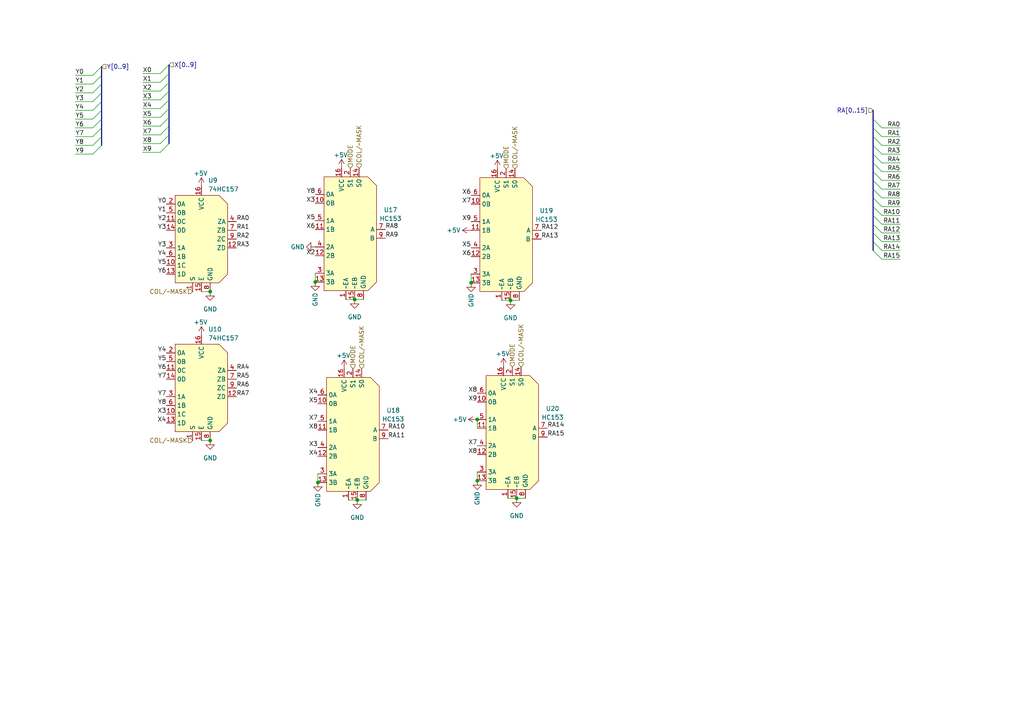
<source format=kicad_sch>
(kicad_sch (version 20230121) (generator eeschema)
  (paper "A4")
  (lib_symbols
    (symbol "68000:HC153"
      (property "Reference" "U" (at 0.254 -0.508 0))
      (property "Value" "HC153" (at 0.254 -3.556 0))
      (symbol "HC153_1_1"
        (polyline (pts (xy 1.27 -6.35) (xy 13.97 -6.35) (xy 16.51 -8.89) (xy 16.51 -36.83) (xy 13.97 -39.37) (xy 1.27 -39.37) (xy 1.27 -6.35)) (fill (type background)))
        (pin input line (at 7.62 -41.91 90) (length 2.54) (name "~EA") (number "1"))
        (pin input line (at -1.27 -13.97 0) (length 2.54) (name "0B") (number "10"))
        (pin input line (at -1.27 -21.59 0) (length 2.54) (name "1B") (number "11"))
        (pin input line (at -1.27 -29.21 0) (length 2.54) (name "2B") (number "12"))
        (pin input line (at -1.27 -36.83 0) (length 2.54) (name "3B") (number "13"))
        (pin input line (at 11.43 -3.81 270) (length 2.54) (name "S0") (number "14"))
        (pin input line (at 10.16 -41.91 90) (length 2.54) (name "~EB") (number "15"))
        (pin power_in line (at 6.35 -3.81 270) (length 2.54) (name "VCC") (number "16"))
        (pin input line (at 8.89 -3.81 270) (length 2.54) (name "S1") (number "2"))
        (pin input line (at -1.27 -34.29 0) (length 2.54) (name "3A") (number "3"))
        (pin input line (at -1.27 -26.67 0) (length 2.54) (name "2A") (number "4"))
        (pin input line (at -1.27 -19.05 0) (length 2.54) (name "1A") (number "5"))
        (pin input line (at -1.27 -11.43 0) (length 2.54) (name "0A") (number "6"))
        (pin output line (at 19.05 -21.59 180) (length 2.54) (name "A") (number "7"))
        (pin power_in line (at 12.7 -41.91 90) (length 2.54) (name "GND") (number "8"))
        (pin output line (at 19.05 -24.13 180) (length 2.54) (name "B") (number "9"))
      )
    )
    (symbol "68000:HC157"
      (property "Reference" "U" (at 0.762 5.334 0))
      (property "Value" "74HC157" (at 0 2.032 0))
      (symbol "HC157_1_1"
        (polyline (pts (xy 0 0) (xy 12.7 0) (xy 15.24 -2.54) (xy 15.24 -22.86) (xy 12.7 -25.4) (xy 0 -25.4) (xy 0 0)) (fill (type background)))
        (pin input line (at 5.08 -27.94 90) (length 2.54) (name "S") (number "1"))
        (pin input line (at -2.54 -20.32 0) (length 2.54) (name "1C") (number "10"))
        (pin input line (at -2.54 -7.62 0) (length 2.54) (name "0C") (number "11"))
        (pin output line (at 17.78 -15.24 180) (length 2.54) (name "ZD") (number "12"))
        (pin input line (at -2.54 -22.86 0) (length 2.54) (name "1D") (number "13"))
        (pin input line (at -2.54 -10.16 0) (length 2.54) (name "0D") (number "14"))
        (pin input line (at 7.62 -27.94 90) (length 2.54) (name "E") (number "15"))
        (pin power_in line (at 7.62 2.54 270) (length 2.54) (name "VCC") (number "16"))
        (pin input line (at -2.54 -2.54 0) (length 2.54) (name "0A") (number "2"))
        (pin input line (at -2.54 -15.24 0) (length 2.54) (name "1A") (number "3"))
        (pin output line (at 17.78 -7.62 180) (length 2.54) (name "ZA") (number "4"))
        (pin input line (at -2.54 -5.08 0) (length 2.54) (name "0B") (number "5"))
        (pin input line (at -2.54 -17.78 0) (length 2.54) (name "1B") (number "6"))
        (pin output line (at 17.78 -10.16 180) (length 2.54) (name "ZB") (number "7"))
        (pin power_in line (at 10.16 -27.94 90) (length 2.54) (name "GND") (number "8"))
        (pin output line (at 17.78 -12.7 180) (length 2.54) (name "ZC") (number "9"))
      )
    )
    (symbol "power:+5V" (power) (pin_names (offset 0))
      (property "Value" "+5V" (at 0 3.556 0))
      (symbol "+5V_0_1"
        (polyline (pts (xy -0.762 1.27) (xy 0 2.54)))
        (polyline (pts (xy 0 0) (xy 0 2.54)))
        (polyline (pts (xy 0 2.54) (xy 0.762 1.27)))
      )
      (symbol "+5V_1_1"
        (pin power_in line (at 0 0 90) (length 0) hide (name "+5V") (number "1"))
      )
    )
    (symbol "power:GND" (power) (pin_names (offset 0))
      (property "Value" "GND" (at 0 -3.81 0))
      (symbol "GND_0_1"
        (polyline (pts (xy 0 0) (xy 0 -1.27) (xy 1.27 -1.27) (xy 0 -2.54) (xy -1.27 -1.27) (xy 0 -1.27)))
      )
      (symbol "GND_1_1"
        (pin power_in line (at 0 0 270) (length 0) hide (name "GND") (number "1"))
      )
    )
  )
  (junction (at 102.87 86.868))
  (junction (at 136.652 82.042))
  (junction (at 60.96 127.762))
  (junction (at 138.43 121.666))
  (junction (at 60.96 84.582))
  (junction (at 92.202 139.954))
  (junction (at 148.082 87.122))
  (junction (at 138.43 139.446))
  (junction (at 149.86 144.526))
  (junction (at 103.632 145.034))
  (junction (at 91.44 81.788))
  (bus_entry (at 255.778 62.484) (size -2.54 -2.54))
  (bus_entry (at 26.924 34.544) (size 2.54 -2.54))
  (bus_entry (at 255.778 37.084) (size -2.54 -2.54))
  (bus_entry (at 26.924 26.924) (size 2.54 -2.54))
  (bus_entry (at 26.924 24.384) (size 2.54 -2.54))
  (bus_entry (at 46.482 41.656) (size 2.54 -2.54))
  (bus_entry (at 255.778 54.864) (size -2.54 -2.54))
  (bus_entry (at 26.924 21.844) (size 2.54 -2.54))
  (bus_entry (at 46.482 26.416) (size 2.54 -2.54))
  (bus_entry (at 255.778 44.704) (size -2.54 -2.54))
  (bus_entry (at 255.778 57.404) (size -2.54 -2.54))
  (bus_entry (at 255.778 52.324) (size -2.54 -2.54))
  (bus_entry (at 46.482 23.876) (size 2.54 -2.54))
  (bus_entry (at 255.778 59.944) (size -2.54 -2.54))
  (bus_entry (at 46.482 34.036) (size 2.54 -2.54))
  (bus_entry (at 46.482 39.116) (size 2.54 -2.54))
  (bus_entry (at 255.778 42.164) (size -2.54 -2.54))
  (bus_entry (at 255.778 75.184) (size -2.54 -2.54))
  (bus_entry (at 255.778 70.104) (size -2.54 -2.54))
  (bus_entry (at 255.778 47.244) (size -2.54 -2.54))
  (bus_entry (at 26.924 29.464) (size 2.54 -2.54))
  (bus_entry (at 26.924 37.084) (size 2.54 -2.54))
  (bus_entry (at 255.778 65.024) (size -2.54 -2.54))
  (bus_entry (at 46.482 21.336) (size 2.54 -2.54))
  (bus_entry (at 26.924 32.004) (size 2.54 -2.54))
  (bus_entry (at 26.924 39.624) (size 2.54 -2.54))
  (bus_entry (at 255.778 39.624) (size -2.54 -2.54))
  (bus_entry (at 46.482 28.956) (size 2.54 -2.54))
  (bus_entry (at 255.778 49.784) (size -2.54 -2.54))
  (bus_entry (at 255.778 72.644) (size -2.54 -2.54))
  (bus_entry (at 255.778 67.564) (size -2.54 -2.54))
  (bus_entry (at 26.924 44.704) (size 2.54 -2.54))
  (bus_entry (at 46.482 36.576) (size 2.54 -2.54))
  (bus_entry (at 46.482 44.196) (size 2.54 -2.54))
  (bus_entry (at 26.924 42.164) (size 2.54 -2.54))
  (bus_entry (at 46.482 31.496) (size 2.54 -2.54))
  (wire (pts (xy 21.844 42.164) (xy 26.924 42.164)))
  (wire (pts (xy 21.844 37.084) (xy 26.924 37.084)))
  (bus (pts (xy 29.464 32.004) (xy 29.464 34.544)))
  (wire (pts (xy 41.402 26.416) (xy 46.482 26.416)))
  (wire (pts (xy 41.402 44.196) (xy 46.482 44.196)))
  (wire (pts (xy 103.632 145.034) (xy 106.172 145.034)))
  (bus (pts (xy 253.238 52.324) (xy 253.238 54.864)))
  (wire (pts (xy 147.32 144.526) (xy 149.86 144.526)))
  (wire (pts (xy 21.844 39.624) (xy 26.924 39.624)))
  (wire (pts (xy 255.778 72.644) (xy 261.112 72.644)))
  (bus (pts (xy 253.238 47.244) (xy 253.238 49.784)))
  (bus (pts (xy 49.022 23.876) (xy 49.022 26.416)))
  (wire (pts (xy 255.778 42.164) (xy 261.112 42.164)))
  (wire (pts (xy 255.778 75.184) (xy 261.112 75.184)))
  (wire (pts (xy 255.778 57.404) (xy 261.112 57.404)))
  (bus (pts (xy 29.464 26.924) (xy 29.464 29.464)))
  (bus (pts (xy 49.022 34.036) (xy 49.022 36.576)))
  (bus (pts (xy 253.238 42.164) (xy 253.238 44.704)))
  (wire (pts (xy 255.778 54.864) (xy 261.112 54.864)))
  (bus (pts (xy 49.022 21.336) (xy 49.022 23.876)))
  (wire (pts (xy 102.87 86.868) (xy 105.41 86.868)))
  (bus (pts (xy 253.238 59.944) (xy 253.238 62.484)))
  (bus (pts (xy 29.464 24.384) (xy 29.464 26.924)))
  (bus (pts (xy 49.022 39.116) (xy 49.022 41.656)))
  (bus (pts (xy 29.464 39.624) (xy 29.464 42.164)))
  (bus (pts (xy 253.238 34.544) (xy 253.238 37.084)))
  (bus (pts (xy 253.238 32.004) (xy 253.238 34.544)))
  (bus (pts (xy 253.238 52.324) (xy 253.238 49.784)))
  (bus (pts (xy 253.238 70.104) (xy 253.238 72.644)))
  (wire (pts (xy 41.402 28.956) (xy 46.482 28.956)))
  (wire (pts (xy 60.96 84.582) (xy 58.42 84.582)))
  (bus (pts (xy 253.238 65.024) (xy 253.238 67.564)))
  (wire (pts (xy 255.778 59.944) (xy 261.112 59.944)))
  (bus (pts (xy 253.238 44.704) (xy 253.238 47.244)))
  (wire (pts (xy 255.778 37.084) (xy 261.112 37.084)))
  (wire (pts (xy 21.844 32.004) (xy 26.924 32.004)))
  (bus (pts (xy 253.238 67.564) (xy 253.238 70.104)))
  (wire (pts (xy 21.844 29.464) (xy 26.924 29.464)))
  (wire (pts (xy 21.844 21.844) (xy 26.924 21.844)))
  (wire (pts (xy 41.402 34.036) (xy 46.482 34.036)))
  (wire (pts (xy 149.86 144.526) (xy 152.4 144.526)))
  (bus (pts (xy 253.238 37.084) (xy 253.238 39.624)))
  (wire (pts (xy 100.33 86.868) (xy 102.87 86.868)))
  (bus (pts (xy 49.022 28.956) (xy 49.022 31.496)))
  (wire (pts (xy 148.082 87.122) (xy 150.622 87.122)))
  (wire (pts (xy 41.402 21.336) (xy 46.482 21.336)))
  (bus (pts (xy 29.464 34.544) (xy 29.464 37.084)))
  (wire (pts (xy 255.778 39.624) (xy 261.112 39.624)))
  (wire (pts (xy 21.844 26.924) (xy 26.924 26.924)))
  (wire (pts (xy 255.778 65.024) (xy 261.112 65.024)))
  (wire (pts (xy 145.542 87.122) (xy 148.082 87.122)))
  (bus (pts (xy 253.238 59.944) (xy 253.238 57.404)))
  (bus (pts (xy 49.022 26.416) (xy 49.022 28.956)))
  (wire (pts (xy 101.092 145.034) (xy 103.632 145.034)))
  (wire (pts (xy 21.844 44.704) (xy 26.924 44.704)))
  (wire (pts (xy 41.402 31.496) (xy 46.482 31.496)))
  (bus (pts (xy 29.464 29.464) (xy 29.464 32.004)))
  (wire (pts (xy 255.778 49.784) (xy 261.112 49.784)))
  (bus (pts (xy 253.238 39.624) (xy 253.238 42.164)))
  (wire (pts (xy 255.778 44.704) (xy 261.112 44.704)))
  (wire (pts (xy 255.778 70.104) (xy 261.112 70.104)))
  (wire (pts (xy 60.96 127.762) (xy 58.42 127.762)))
  (wire (pts (xy 255.778 52.324) (xy 261.112 52.324)))
  (wire (pts (xy 91.44 81.788) (xy 91.44 79.248)))
  (wire (pts (xy 41.402 36.576) (xy 46.482 36.576)))
  (wire (pts (xy 41.402 23.876) (xy 46.482 23.876)))
  (bus (pts (xy 253.238 62.484) (xy 253.238 65.024)))
  (wire (pts (xy 255.778 47.244) (xy 261.112 47.244)))
  (bus (pts (xy 49.022 31.496) (xy 49.022 34.036)))
  (bus (pts (xy 49.022 18.796) (xy 49.022 21.336)))
  (wire (pts (xy 21.844 34.544) (xy 26.924 34.544)))
  (bus (pts (xy 49.022 36.576) (xy 49.022 39.116)))
  (wire (pts (xy 41.402 41.656) (xy 46.482 41.656)))
  (wire (pts (xy 21.844 24.384) (xy 26.924 24.384)))
  (wire (pts (xy 92.202 139.954) (xy 92.202 137.414)))
  (wire (pts (xy 138.43 139.446) (xy 138.43 136.906)))
  (wire (pts (xy 255.778 62.484) (xy 261.112 62.484)))
  (bus (pts (xy 253.238 57.404) (xy 253.238 54.864)))
  (wire (pts (xy 138.43 121.666) (xy 138.43 124.206)))
  (wire (pts (xy 41.402 39.116) (xy 46.482 39.116)))
  (bus (pts (xy 29.464 19.304) (xy 29.464 21.844)))
  (bus (pts (xy 29.464 37.084) (xy 29.464 39.624)))
  (wire (pts (xy 136.652 82.042) (xy 136.652 79.502)))
  (bus (pts (xy 29.464 21.844) (xy 29.464 24.384)))
  (wire (pts (xy 255.778 67.564) (xy 261.112 67.564)))
  (label "Y5" (at 21.844 34.544 0))
  (label "RA0" (at 261.112 37.084 180))
  (label "X8" (at 92.202 124.714 180))
  (label "X6" (at 91.44 66.548 180))
  (label "RA9" (at 261.112 59.944 180))
  (label "RA3" (at 68.58 71.882 0))
  (label "Y0" (at 21.844 21.844 0))
  (label "X6" (at 41.402 36.576 0))
  (label "RA15" (at 158.75 126.746 0))
  (label "X4" (at 41.402 31.496 0))
  (label "RA1" (at 261.112 39.624 180))
  (label "RA7" (at 68.58 115.062 0))
  (label "X8" (at 138.43 114.046 180))
  (label "Y3" (at 48.26 71.882 180))
  (label "RA12" (at 156.972 66.802 0))
  (label "RA13" (at 156.972 69.342 0))
  (label "RA1" (at 68.58 66.802 0))
  (label "RA14" (at 261.112 72.644 180))
  (label "Y4" (at 48.26 74.422 180))
  (label "RA5" (at 261.112 49.784 180))
  (label "Y9" (at 21.844 44.704 0))
  (label "X8" (at 41.402 41.656 0))
  (label "X7" (at 138.43 129.286 180))
  (label "Y6" (at 21.844 37.084 0))
  (label "X7" (at 41.402 39.116 0))
  (label "RA4" (at 261.112 47.244 180))
  (label "RA11" (at 112.522 127.254 0))
  (label "RA10" (at 261.112 62.484 180))
  (label "X5" (at 41.402 34.036 0))
  (label "RA6" (at 68.58 112.522 0))
  (label "Y2" (at 21.844 26.924 0))
  (label "RA10" (at 112.522 124.714 0))
  (label "X5" (at 91.44 64.008 180))
  (label "Y0" (at 48.26 59.182 180))
  (label "RA8" (at 261.112 57.404 180))
  (label "RA7" (at 261.112 54.864 180))
  (label "Y5" (at 48.26 76.962 180))
  (label "RA2" (at 261.112 42.164 180))
  (label "RA6" (at 261.112 52.324 180))
  (label "Y4" (at 48.26 102.362 180))
  (label "RA8" (at 111.76 66.548 0))
  (label "X4" (at 92.202 132.334 180))
  (label "X7" (at 136.652 59.182 180))
  (label "RA12" (at 261.112 67.564 180))
  (label "Y8" (at 91.44 56.388 180))
  (label "RA9" (at 111.76 69.088 0))
  (label "Y6" (at 48.26 107.442 180))
  (label "Y7" (at 48.26 115.062 180))
  (label "Y3" (at 48.26 66.802 180))
  (label "X5" (at 136.652 71.882 180))
  (label "Y7" (at 21.844 39.624 0))
  (label "RA15" (at 261.112 75.184 180))
  (label "Y3" (at 21.844 29.464 0))
  (label "Y7" (at 48.26 109.982 180))
  (label "X7" (at 92.202 122.174 180))
  (label "RA4" (at 68.58 107.442 0))
  (label "Y5" (at 48.26 104.902 180))
  (label "RA0" (at 68.58 64.262 0))
  (label "Y1" (at 48.26 61.722 180))
  (label "X5" (at 92.202 117.094 180))
  (label "RA2" (at 68.58 69.342 0))
  (label "X4" (at 48.26 122.682 180))
  (label "RA14" (at 158.75 124.206 0))
  (label "X9" (at 138.43 116.586 180))
  (label "X6" (at 136.652 74.422 180))
  (label "RA11" (at 261.112 65.024 180))
  (label "X2" (at 91.44 74.168 180))
  (label "Y6" (at 48.26 79.502 180))
  (label "Y8" (at 48.26 117.602 180))
  (label "X9" (at 41.402 44.196 0))
  (label "RA13" (at 261.112 70.104 180))
  (label "X3" (at 92.202 129.794 180))
  (label "X9" (at 136.652 64.262 180))
  (label "RA3" (at 261.112 44.704 180))
  (label "Y4" (at 21.844 32.004 0))
  (label "X8" (at 138.43 131.826 180))
  (label "X2" (at 41.402 26.416 0))
  (label "X3" (at 41.402 28.956 0))
  (label "X0" (at 41.402 21.336 0))
  (label "Y1" (at 21.844 24.384 0))
  (label "RA5" (at 68.58 109.982 0))
  (label "X3" (at 48.26 120.142 180))
  (label "X3" (at 91.44 58.928 180))
  (label "X4" (at 92.202 114.554 180))
  (label "Y2" (at 48.26 64.262 180))
  (label "Y8" (at 21.844 42.164 0))
  (label "X6" (at 136.652 56.642 180))
  (label "X1" (at 41.402 23.876 0))
  (hierarchical_label "COL{slash}~MASK" (shape input) (at 104.14 48.768 90))
  (hierarchical_label "COL{slash}~MASK" (shape input) (at 55.88 84.582 180))
  (hierarchical_label "MODE" (shape input) (at 101.6 48.768 90))
  (hierarchical_label "COL{slash}~MASK" (shape input) (at 55.88 127.762 180))
  (hierarchical_label "COL{slash}~MASK" (shape input) (at 151.13 106.426 90))
  (hierarchical_label "MODE" (shape input) (at 102.362 106.934 90))
  (hierarchical_label "MODE" (shape input) (at 146.812 49.022 90))
  (hierarchical_label "MODE" (shape input) (at 148.59 106.426 90))
  (hierarchical_label "Y[0..9]" (shape input) (at 29.464 19.304 0))
  (hierarchical_label "COL{slash}~MASK" (shape input) (at 104.902 106.934 90))
  (hierarchical_label "COL{slash}~MASK" (shape input) (at 149.352 49.022 90))
  (hierarchical_label "RA[0..15]" (shape input) (at 253.238 32.004 180))
  (hierarchical_label "X[0..9]" (shape input) (at 49.022 18.796 0))
  (symbol (lib_id "68000:HC153") (at 92.71 44.958 0) (unit 1)
    (property "Reference" "U17" (at 113.284 60.8583 0))
    (property "Value" "HC153" (at 113.284 63.3983 0))
    (property "Footprint" "68000:DIP-16" (effects hide))
    (instances (project "VGA" (path "" (reference "U17") (unit 1)) (path "" (reference "U2") (unit 1))))
  )
  (symbol (lib_id "68000:HC153") (at 93.472 103.124 0) (unit 1)
    (property "Reference" "U18" (at 114.046 119.0243 0))
    (property "Value" "HC153" (at 114.046 121.5643 0))
    (property "Footprint" "68000:DIP-16" (effects hide))
    (instances (project "VGA" (path "" (reference "U18") (unit 1)) (path "" (reference "U8") (unit 1))))
  )
  (symbol (lib_id "power:GND") (at 149.86 144.526 0) (unit 1)
    (property "Reference" "#PWR088" (effects hide))
    (property "Value" "GND" (at 149.86 149.606 0))
    (instances (project "VGA" (path "" (reference "#PWR088") (unit 1)) (path "" (reference "#PWR0159") (unit 1))))
  )
  (symbol (lib_id "power:GND") (at 60.96 84.582 0) (unit 1)
    (property "Reference" "#PWR088" (effects hide))
    (property "Value" "GND" (at 60.96 89.662 0))
    (instances (project "VGA" (path "" (reference "#PWR088") (unit 1)) (path "" (reference "#PWR0165") (unit 1))))
  )
  (symbol (lib_id "power:+5V") (at 58.42 54.102 0) (unit 1)
    (property "Reference" "#PWR063" (effects hide))
    (property "Value" "+5V" (at 56.134 50.292 0) (effects (justify left)))
    (instances (project "VGA" (path "" (reference "#PWR063") (unit 1)) (path "" (reference "#PWR0164") (unit 1))))
  )
  (symbol (lib_id "power:GND") (at 92.202 139.954 0) (unit 1)
    (property "Reference" "#PWR088" (effects hide))
    (property "Value" "GND" (at 92.202 143.002 90) (effects (justify right)))
    (instances (project "VGA" (path "" (reference "#PWR088") (unit 1)) (path "" (reference "#PWR074") (unit 1))))
  )
  (symbol (lib_id "power:GND") (at 148.082 87.122 0) (unit 1)
    (property "Reference" "#PWR088" (effects hide))
    (property "Value" "GND" (at 148.082 92.202 0))
    (instances (project "VGA" (path "" (reference "#PWR088") (unit 1)) (path "" (reference "#PWR0157") (unit 1))))
  )
  (symbol (lib_id "68000:HC157") (at 50.8 56.642 0) (unit 1)
    (property "Reference" "U9" (at 60.3759 52.324 0) (effects (justify left)))
    (property "Value" "74HC157" (at 60.3759 54.864 0) (effects (justify left)))
    (property "Footprint" "68000:DIP-16" (effects hide))
    (instances (project "VGA" (path "" (reference "U9") (unit 1)) (path "" (reference "U7") (unit 1))))
  )
  (symbol (lib_id "68000:HC157") (at 50.8 99.822 0) (unit 1)
    (property "Reference" "U10" (at 60.3759 95.504 0) (effects (justify left)))
    (property "Value" "74HC157" (at 60.3759 98.044 0) (effects (justify left)))
    (property "Footprint" "68000:DIP-16" (effects hide))
    (instances (project "VGA" (path "" (reference "U10") (unit 1)) (path "" (reference "U1") (unit 1))))
  )
  (symbol (lib_id "power:GND") (at 138.43 139.446 0) (unit 1)
    (property "Reference" "#PWR088" (effects hide))
    (property "Value" "GND" (at 138.43 142.494 90) (effects (justify right)))
    (instances (project "VGA" (path "" (reference "#PWR088") (unit 1)) (path "" (reference "#PWR075") (unit 1))))
  )
  (symbol (lib_id "power:+5V") (at 58.42 97.282 0) (unit 1)
    (property "Reference" "#PWR063" (effects hide))
    (property "Value" "+5V" (at 56.134 93.472 0) (effects (justify left)))
    (instances (project "VGA" (path "" (reference "#PWR063") (unit 1)) (path "" (reference "#PWR0166") (unit 1))))
  )
  (symbol (lib_id "68000:HC153") (at 139.7 102.616 0) (unit 1)
    (property "Reference" "U20" (at 160.274 118.5163 0))
    (property "Value" "HC153" (at 160.274 121.0563 0))
    (property "Footprint" "68000:DIP-16" (effects hide))
    (instances (project "VGA" (path "" (reference "U20") (unit 1)) (path "" (reference "U9") (unit 1))))
  )
  (symbol (lib_id "68000:HC153") (at 137.922 45.212 0) (unit 1)
    (property "Reference" "U19" (at 158.496 61.1123 0))
    (property "Value" "HC153" (at 158.496 63.6523 0))
    (property "Footprint" "68000:DIP-16" (effects hide))
    (instances (project "VGA" (path "" (reference "U19") (unit 1)) (path "" (reference "U3") (unit 1))))
  )
  (symbol (lib_id "power:+5V") (at 138.43 121.666 90) (unit 1)
    (property "Reference" "#PWR063" (effects hide))
    (property "Value" "+5V" (at 135.382 121.666 90) (effects (justify left)))
    (instances (project "VGA" (path "" (reference "#PWR063") (unit 1)) (path "" (reference "#PWR0171") (unit 1))))
  )
  (symbol (lib_id "power:+5V") (at 136.652 66.802 90) (unit 1)
    (property "Reference" "#PWR063" (effects hide))
    (property "Value" "+5V" (at 133.604 66.802 90) (effects (justify left)))
    (instances (project "VGA" (path "" (reference "#PWR063") (unit 1)) (path "" (reference "#PWR060") (unit 1))))
  )
  (symbol (lib_id "power:GND") (at 103.632 145.034 0) (unit 1)
    (property "Reference" "#PWR088" (effects hide))
    (property "Value" "GND" (at 103.632 150.114 0))
    (instances (project "VGA" (path "" (reference "#PWR088") (unit 1)) (path "" (reference "#PWR0161") (unit 1))))
  )
  (symbol (lib_id "power:+5V") (at 99.06 48.768 0) (unit 1)
    (property "Reference" "#PWR063" (effects hide))
    (property "Value" "+5V" (at 96.774 44.958 0) (effects (justify left)))
    (instances (project "VGA" (path "" (reference "#PWR063") (unit 1)) (path "" (reference "#PWR0162") (unit 1))))
  )
  (symbol (lib_id "power:GND") (at 91.44 71.628 270) (unit 1)
    (property "Reference" "#PWR088" (effects hide))
    (property "Value" "GND" (at 88.392 71.628 90) (effects (justify right)))
    (instances (project "VGA" (path "" (reference "#PWR088") (unit 1)) (path "" (reference "#PWR0180") (unit 1))))
  )
  (symbol (lib_id "power:GND") (at 102.87 86.868 0) (unit 1)
    (property "Reference" "#PWR088" (effects hide))
    (property "Value" "GND" (at 102.87 91.948 0))
    (instances (project "VGA" (path "" (reference "#PWR088") (unit 1)) (path "" (reference "#PWR0163") (unit 1))))
  )
  (symbol (lib_id "power:+5V") (at 146.05 106.426 0) (unit 1)
    (property "Reference" "#PWR063" (effects hide))
    (property "Value" "+5V" (at 143.764 102.616 0) (effects (justify left)))
    (instances (project "VGA" (path "" (reference "#PWR063") (unit 1)) (path "" (reference "#PWR0158") (unit 1))))
  )
  (symbol (lib_id "power:+5V") (at 99.822 106.934 0) (unit 1)
    (property "Reference" "#PWR063" (effects hide))
    (property "Value" "+5V" (at 97.536 103.124 0) (effects (justify left)))
    (instances (project "VGA" (path "" (reference "#PWR063") (unit 1)) (path "" (reference "#PWR0160") (unit 1))))
  )
  (symbol (lib_id "power:+5V") (at 144.272 49.022 0) (unit 1)
    (property "Reference" "#PWR063" (effects hide))
    (property "Value" "+5V" (at 141.986 45.212 0) (effects (justify left)))
    (instances (project "VGA" (path "" (reference "#PWR063") (unit 1)) (path "" (reference "#PWR0156") (unit 1))))
  )
  (symbol (lib_id "power:GND") (at 60.96 127.762 0) (unit 1)
    (property "Reference" "#PWR088" (effects hide))
    (property "Value" "GND" (at 60.96 132.842 0))
    (instances (project "VGA" (path "" (reference "#PWR088") (unit 1)) (path "" (reference "#PWR0167") (unit 1))))
  )
  (symbol (lib_id "power:GND") (at 91.44 81.788 0) (unit 1)
    (property "Reference" "#PWR088" (effects hide))
    (property "Value" "GND" (at 91.44 84.836 90) (effects (justify right)))
    (instances (project "VGA" (path "" (reference "#PWR088") (unit 1)) (path "" (reference "#PWR073") (unit 1))))
  )
  (symbol (lib_id "power:GND") (at 136.652 82.042 0) (unit 1)
    (property "Reference" "#PWR088" (effects hide))
    (property "Value" "GND" (at 136.652 85.09 90) (effects (justify right)))
    (instances (project "VGA" (path "" (reference "#PWR088") (unit 1)) (path "" (reference "#PWR076") (unit 1))))
  )
)
</source>
